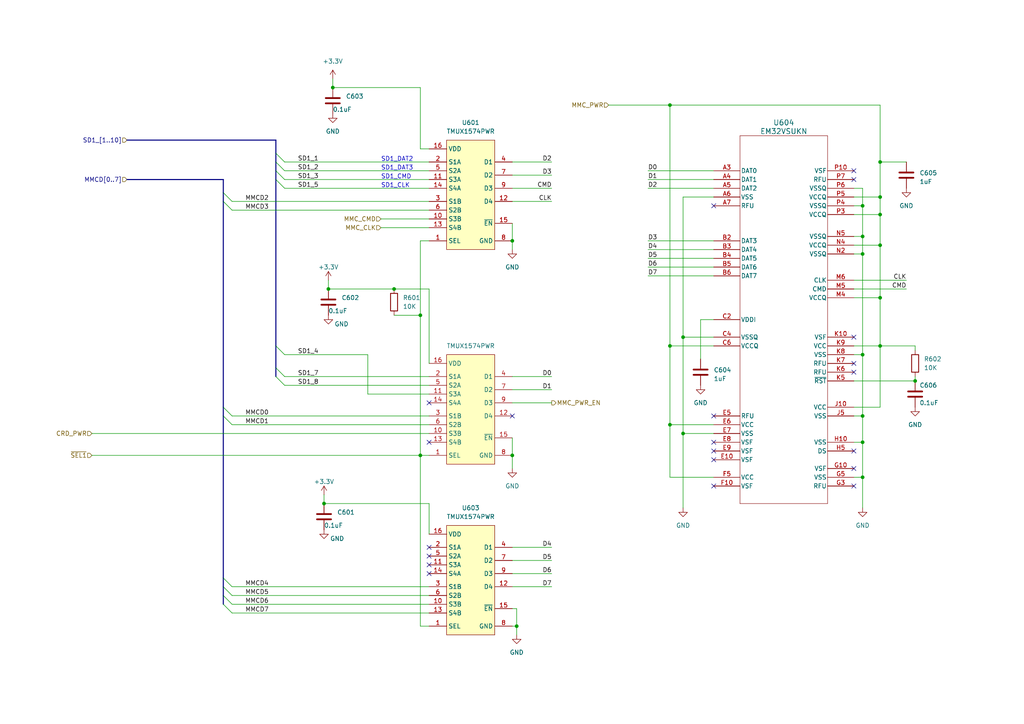
<source format=kicad_sch>
(kicad_sch (version 20231120) (generator "eeschema") (generator_version "8.0")
  (paper "A4")
  (title_block (title "SDCDMUX-eMMC") (date "2023-08-14") (rev "Rev3") (company "HNZ") (comment 1 "Licensed under CC-BY-SA V4.0") (comment 2 "2023 (C) Hiroshi Nakajima <hnakamiru1103@gmail.com>"))
  (lib_symbols
    (symbol "Device:C" (pin_numbers hide) (pin_names (offset 0.254))
      (property "Reference" "C" (at 0.635 2.54 0))
      (property "Value" "C" (at 0.635 -2.54 0))
      (symbol "C_0_1"
        (polyline (pts (xy -2.032 -0.762) (xy 2.032 -0.762)) (stroke (width 0.508)))
        (polyline (pts (xy -2.032 0.762) (xy 2.032 0.762)) (stroke (width 0.508)))
      )
      (symbol "C_1_1"
        (pin passive line (at 0 3.81 270) (length 2.794) (name "~") (number "1"))
        (pin passive line (at 0 -3.81 90) (length 2.794) (name "~") (number "2"))
      )
    )
    (symbol "Device:R" (pin_numbers hide) (pin_names (offset 0))
      (property "Reference" "R" (at 2.032 0 90))
      (property "Value" "R" (at 0 0 90))
      (symbol "R_0_1"
        (rectangle (start -1.016 -2.54) (end 1.016 2.54) (stroke (width 0.254)))
      )
      (symbol "R_1_1"
        (pin passive line (at 0 3.81 270) (length 1.27) (name "~") (number "1"))
        (pin passive line (at 0 -3.81 90) (length 1.27) (name "~") (number "2"))
      )
    )
    (symbol "TMUX1574PWR_1"
      (property "Reference" "U" (at 0 15.24 0))
      (property "Value" "TMUX1574PWR" (at 1.27 12.7 0))
      (symbol "TMUX1574PWR_1_0_1"
        (rectangle (start -5.08 11.43) (end 8.89 -20.32) (fill (type background)))
      )
      (symbol "TMUX1574PWR_1_1_1"
        (pin input line (at -10.16 -17.78 0) (length 5.08) (name "SEL") (number "1"))
        (pin bidirectional line (at -10.16 -11.43 0) (length 5.08) (name "S3B") (number "10"))
        (pin bidirectional line (at -10.16 0 0) (length 5.08) (name "S3A") (number "11"))
        (pin bidirectional line (at 13.97 -6.35 180) (length 5.08) (name "D4") (number "12"))
        (pin bidirectional line (at -10.16 -13.97 0) (length 5.08) (name "S4B") (number "13"))
        (pin bidirectional line (at -10.16 -2.54 0) (length 5.08) (name "S4A") (number "14"))
        (pin input line (at 13.97 -12.7 180) (length 5.08) (name "~{EN}") (number "15"))
        (pin power_in line (at -10.16 8.89 0) (length 5.08) (name "VDD") (number "16"))
        (pin bidirectional line (at -10.16 5.08 0) (length 5.08) (name "S1A") (number "2"))
        (pin bidirectional line (at -10.16 -6.35 0) (length 5.08) (name "S1B") (number "3"))
        (pin bidirectional line (at 13.97 5.08 180) (length 5.08) (name "D1") (number "4"))
        (pin bidirectional line (at -10.16 2.54 0) (length 5.08) (name "S2A") (number "5"))
        (pin bidirectional line (at -10.16 -8.89 0) (length 5.08) (name "S2B") (number "6"))
        (pin bidirectional line (at 13.97 1.27 180) (length 5.08) (name "D2") (number "7"))
        (pin power_in line (at 13.97 -17.78 180) (length 5.08) (name "GND") (number "8"))
        (pin bidirectional line (at 13.97 -2.54 180) (length 5.08) (name "D3") (number "9"))
      )
    )
    (symbol "TMUX1574PWR_2"
      (property "Reference" "U" (at 0 15.24 0))
      (property "Value" "TMUX1574PWR" (at 1.27 12.7 0))
      (symbol "TMUX1574PWR_2_0_1"
        (rectangle (start -5.08 11.43) (end 8.89 -20.32) (fill (type background)))
      )
      (symbol "TMUX1574PWR_2_1_1"
        (pin input line (at -10.16 -17.78 0) (length 5.08) (name "SEL") (number "1"))
        (pin bidirectional line (at -10.16 -11.43 0) (length 5.08) (name "S3B") (number "10"))
        (pin bidirectional line (at -10.16 0 0) (length 5.08) (name "S3A") (number "11"))
        (pin bidirectional line (at 13.97 -6.35 180) (length 5.08) (name "D4") (number "12"))
        (pin bidirectional line (at -10.16 -13.97 0) (length 5.08) (name "S4B") (number "13"))
        (pin bidirectional line (at -10.16 -2.54 0) (length 5.08) (name "S4A") (number "14"))
        (pin input line (at 13.97 -12.7 180) (length 5.08) (name "~{EN}") (number "15"))
        (pin power_in line (at -10.16 8.89 0) (length 5.08) (name "VDD") (number "16"))
        (pin bidirectional line (at -10.16 5.08 0) (length 5.08) (name "S1A") (number "2"))
        (pin bidirectional line (at -10.16 -6.35 0) (length 5.08) (name "S1B") (number "3"))
        (pin bidirectional line (at 13.97 5.08 180) (length 5.08) (name "D1") (number "4"))
        (pin bidirectional line (at -10.16 2.54 0) (length 5.08) (name "S2A") (number "5"))
        (pin bidirectional line (at -10.16 -8.89 0) (length 5.08) (name "S2B") (number "6"))
        (pin bidirectional line (at 13.97 1.27 180) (length 5.08) (name "D2") (number "7"))
        (pin power_in line (at 13.97 -17.78 180) (length 5.08) (name "GND") (number "8"))
        (pin bidirectional line (at 13.97 -2.54 180) (length 5.08) (name "D3") (number "9"))
      )
    )
    (symbol "power:+3.3V" (power) (pin_names (offset 0))
      (property "Value" "+3.3V" (at 0 3.556 0))
      (symbol "+3.3V_0_1"
        (polyline (pts (xy -0.762 1.27) (xy 0 2.54)))
        (polyline (pts (xy 0 0) (xy 0 2.54)))
        (polyline (pts (xy 0 2.54) (xy 0.762 1.27)))
      )
      (symbol "+3.3V_1_1"
        (pin power_in line (at 0 0 90) (length 0) hide (name "+3.3V") (number "1"))
      )
    )
    (symbol "power:GND" (power) (pin_numbers hide) (pin_names (offset 0) hide)
      (property "Value" "GND" (at 0 -3.81 0))
      (symbol "GND_0_1"
        (polyline (pts (xy 0 0) (xy 0 -1.27) (xy 1.27 -1.27) (xy 0 -2.54) (xy -1.27 -1.27) (xy 0 -1.27)))
      )
      (symbol "GND_1_1"
        (pin power_in line (at 0 0 270) (length 0) hide (name "GND") (number "1"))
      )
    )
    (symbol "tbctl:4.7uF" (pin_numbers hide) (pin_names (offset 0.254))
      (property "Reference" "C" (at 0.635 2.54 0))
      (property "Value" "4.7uF" (at 0.635 -2.54 0))
      (symbol "4.7uF_0_1"
        (polyline (pts (xy -2.032 -0.762) (xy 2.032 -0.762)) (stroke (width 0.508)))
        (polyline (pts (xy -2.032 0.762) (xy 2.032 0.762)) (stroke (width 0.508)))
      )
      (symbol "4.7uF_1_1"
        (pin passive line (at 0 3.81 270) (length 2.794) (name "~") (number "1"))
        (pin passive line (at 0 -3.81 90) (length 2.794) (name "~") (number "2"))
      )
    )
    (symbol "tbctl:EM32VSUKN" (pin_names (offset 0.254))
      (property "Reference" "U" (at 20.32 10.16 0))
      (property "Value" "EM32VSUKN" (at 20.32 7.62 0))
      (symbol "EM32VSUKN_1_1"
        (polyline (pts (xy 7.62 -101.6) (xy 33.02 -101.6)) (stroke (width 0.127)))
        (polyline (pts (xy 7.62 5.08) (xy 7.62 -101.6)) (stroke (width 0.127)))
        (polyline (pts (xy 33.02 -101.6) (xy 33.02 5.08)) (stroke (width 0.127)))
        (polyline (pts (xy 33.02 5.08) (xy 7.62 5.08)) (stroke (width 0.127)))
        (pin passive line (at 0 -5.08 0) (length 7.62) (name "DAT0") (number "A3"))
        (pin passive line (at 0 -7.62 0) (length 7.62) (name "DAT1") (number "A4"))
        (pin passive line (at 0 -10.16 0) (length 7.62) (name "DAT2") (number "A5"))
        (pin power_in line (at 0 -12.7 0) (length 7.62) (name "VSS") (number "A6"))
        (pin passive line (at 0 -15.24 0) (length 7.62) (name "RFU") (number "A7"))
        (pin passive line (at 0 -25.4 0) (length 7.62) (name "DAT3") (number "B2"))
        (pin passive line (at 0 -27.94 0) (length 7.62) (name "DAT4") (number "B3"))
        (pin passive line (at 0 -30.48 0) (length 7.62) (name "DAT5") (number "B4"))
        (pin passive line (at 0 -33.02 0) (length 7.62) (name "DAT6") (number "B5"))
        (pin passive line (at 0 -35.56 0) (length 7.62) (name "DAT7") (number "B6"))
        (pin power_in line (at 0 -48.26 0) (length 7.62) (name "VDDI") (number "C2"))
        (pin power_in line (at 0 -53.34 0) (length 7.62) (name "VSSQ") (number "C4"))
        (pin power_in line (at 0 -55.88 0) (length 7.62) (name "VCCQ") (number "C6"))
        (pin power_in line (at 0 -88.9 0) (length 7.62) (name "VSF") (number "E10"))
        (pin passive line (at 0 -76.2 0) (length 7.62) (name "RFU") (number "E5"))
        (pin power_in line (at 0 -78.74 0) (length 7.62) (name "VCC") (number "E6"))
        (pin power_in line (at 0 -81.28 0) (length 7.62) (name "VSS") (number "E7"))
        (pin power_in line (at 0 -83.82 0) (length 7.62) (name "VSF") (number "E8"))
        (pin power_in line (at 0 -86.36 0) (length 7.62) (name "VSF") (number "E9"))
        (pin power_in line (at 0 -96.52 0) (length 7.62) (name "VSF") (number "F10"))
        (pin power_in line (at 0 -93.98 0) (length 7.62) (name "VCC") (number "F5"))
        (pin power_in line (at 40.64 -91.44 180) (length 7.62) (name "VSF") (number "G10"))
        (pin passive line (at 40.64 -96.52 180) (length 7.62) (name "RFU") (number "G3"))
        (pin power_in line (at 40.64 -93.98 180) (length 7.62) (name "VSS") (number "G5"))
        (pin power_in line (at 40.64 -83.82 180) (length 7.62) (name "VSS") (number "H10"))
        (pin passive line (at 40.64 -86.36 180) (length 7.62) (name "DS") (number "H5"))
        (pin power_in line (at 40.64 -73.66 180) (length 7.62) (name "VCC") (number "J10"))
        (pin power_in line (at 40.64 -76.2 180) (length 7.62) (name "VSS") (number "J5"))
        (pin power_in line (at 40.64 -53.34 180) (length 7.62) (name "VSF") (number "K10"))
        (pin passive line (at 40.64 -66.04 180) (length 7.62) (name "~{RST}") (number "K5"))
        (pin passive line (at 40.64 -63.5 180) (length 7.62) (name "RFU") (number "K6"))
        (pin passive line (at 40.64 -60.96 180) (length 7.62) (name "RFU") (number "K7"))
        (pin power_in line (at 40.64 -58.42 180) (length 7.62) (name "VSS") (number "K8"))
        (pin power_in line (at 40.64 -55.88 180) (length 7.62) (name "VCC") (number "K9"))
        (pin power_in line (at 40.64 -41.91 180) (length 7.62) (name "VCCQ") (number "M4"))
        (pin passive line (at 40.64 -39.37 180) (length 7.62) (name "CMD") (number "M5"))
        (pin passive line (at 40.64 -36.83 180) (length 7.62) (name "CLK") (number "M6"))
        (pin power_in line (at 40.64 -29.21 180) (length 7.62) (name "VSSQ") (number "N2"))
        (pin power_in line (at 40.64 -26.67 180) (length 7.62) (name "VCCQ") (number "N4"))
        (pin power_in line (at 40.64 -24.13 180) (length 7.62) (name "VSSQ") (number "N5"))
        (pin power_in line (at 40.64 -5.08 180) (length 7.62) (name "VSF") (number "P10"))
        (pin power_in line (at 40.64 -17.78 180) (length 7.62) (name "VCCQ") (number "P3"))
        (pin power_in line (at 40.64 -15.24 180) (length 7.62) (name "VSSQ") (number "P4"))
        (pin power_in line (at 40.64 -12.7 180) (length 7.62) (name "VCCQ") (number "P5"))
        (pin power_in line (at 40.64 -10.16 180) (length 7.62) (name "VSSQ") (number "P6"))
        (pin passive line (at 40.64 -7.62 180) (length 7.62) (name "RFU") (number "P7"))
      )
    )
    (symbol "tbctl:TMUX1574PWR"
      (property "Reference" "U" (at 0 15.24 0))
      (property "Value" "TMUX1574PWR" (at 1.27 12.7 0))
      (symbol "TMUX1574PWR_0_1"
        (rectangle (start -5.08 11.43) (end 8.89 -20.32) (fill (type background)))
      )
      (symbol "TMUX1574PWR_1_1"
        (pin input line (at -10.16 -17.78 0) (length 5.08) (name "SEL") (number "1"))
        (pin bidirectional line (at -10.16 -11.43 0) (length 5.08) (name "S3B") (number "10"))
        (pin bidirectional line (at -10.16 0 0) (length 5.08) (name "S3A") (number "11"))
        (pin bidirectional line (at 13.97 -6.35 180) (length 5.08) (name "D4") (number "12"))
        (pin bidirectional line (at -10.16 -13.97 0) (length 5.08) (name "S4B") (number "13"))
        (pin bidirectional line (at -10.16 -2.54 0) (length 5.08) (name "S4A") (number "14"))
        (pin input line (at 13.97 -12.7 180) (length 5.08) (name "~{EN}") (number "15"))
        (pin power_in line (at -10.16 8.89 0) (length 5.08) (name "VDD") (number "16"))
        (pin bidirectional line (at -10.16 5.08 0) (length 5.08) (name "S1A") (number "2"))
        (pin bidirectional line (at -10.16 -6.35 0) (length 5.08) (name "S1B") (number "3"))
        (pin bidirectional line (at 13.97 5.08 180) (length 5.08) (name "D1") (number "4"))
        (pin bidirectional line (at -10.16 2.54 0) (length 5.08) (name "S2A") (number "5"))
        (pin bidirectional line (at -10.16 -8.89 0) (length 5.08) (name "S2B") (number "6"))
        (pin bidirectional line (at 13.97 1.27 180) (length 5.08) (name "D2") (number "7"))
        (pin power_in line (at 13.97 -17.78 180) (length 5.08) (name "GND") (number "8"))
        (pin bidirectional line (at 13.97 -2.54 180) (length 5.08) (name "D3") (number "9"))
      )
    )
  )
  (junction (at 148.59 69.85))
  (junction (at 250.19 59.69))
  (junction (at 198.12 97.79))
  (junction (at 198.12 125.73))
  (junction (at 95.25 83.82))
  (junction (at 194.31 30.48))
  (junction (at 250.19 102.87))
  (junction (at 250.19 128.27))
  (junction (at 255.27 57.15))
  (junction (at 114.3 83.82))
  (junction (at 194.31 123.19))
  (junction (at 194.31 100.33))
  (junction (at 149.86 181.61))
  (junction (at 255.27 86.36))
  (junction (at 250.19 120.65))
  (junction (at 255.27 62.23))
  (junction (at 265.43 110.49))
  (junction (at 148.59 132.08))
  (junction (at 255.27 100.33))
  (junction (at 250.19 73.66))
  (junction (at 93.98 146.05))
  (junction (at 255.27 46.99))
  (junction (at 121.92 91.44))
  (junction (at 121.92 132.08))
  (junction (at 255.27 71.12))
  (junction (at 250.19 138.43))
  (junction (at 250.19 68.58))
  (junction (at 96.52 25.4))
  (no_connect (at 247.65 105.41))
  (no_connect (at 247.65 107.95))
  (no_connect (at 124.46 128.27))
  (no_connect (at 207.01 128.27))
  (no_connect (at 247.65 130.81))
  (no_connect (at 247.65 97.79))
  (no_connect (at 124.46 163.83))
  (no_connect (at 207.01 59.69))
  (no_connect (at 207.01 120.65))
  (no_connect (at 207.01 130.81))
  (no_connect (at 207.01 133.35))
  (no_connect (at 207.01 140.97))
  (no_connect (at 148.59 120.65))
  (no_connect (at 247.65 140.97))
  (no_connect (at 124.46 166.37))
  (no_connect (at 124.46 161.29))
  (no_connect (at 124.46 116.84))
  (no_connect (at 247.65 135.89))
  (no_connect (at 247.65 49.53))
  (no_connect (at 124.46 158.75))
  (no_connect (at 247.65 52.07))
  (bus_entry (at 64.77 118.11) (size 2.54 2.54))
  (bus_entry (at 64.77 55.88) (size 2.54 2.54))
  (bus_entry (at 80.01 100.33) (size 2.54 2.54))
  (bus_entry (at 64.77 120.65) (size 2.54 2.54))
  (bus_entry (at 80.01 44.45) (size 2.54 2.54))
  (bus_entry (at 80.01 52.07) (size 2.54 2.54))
  (bus_entry (at 64.77 167.64) (size 2.54 2.54))
  (bus_entry (at 80.01 46.99) (size 2.54 2.54))
  (bus_entry (at 64.77 170.18) (size 2.54 2.54))
  (bus_entry (at 80.01 106.68) (size 2.54 2.54))
  (bus_entry (at 80.01 49.53) (size 2.54 2.54))
  (bus_entry (at 64.77 172.72) (size 2.54 2.54))
  (bus_entry (at 64.77 175.26) (size 2.54 2.54))
  (bus_entry (at 80.01 109.22) (size 2.54 2.54))
  (bus_entry (at 64.77 58.42) (size 2.54 2.54))
  (wire (pts (xy 93.98 143.51) (xy 93.98 146.05)))
  (bus (pts (xy 64.77 118.11) (xy 64.77 120.65)))
  (wire (pts (xy 255.27 118.11) (xy 255.27 100.33)))
  (wire (pts (xy 106.68 114.3) (xy 124.46 114.3)))
  (wire (pts (xy 148.59 113.03) (xy 160.02 113.03)))
  (wire (pts (xy 247.65 86.36) (xy 255.27 86.36)))
  (wire (pts (xy 114.3 83.82) (xy 124.46 83.82)))
  (bus (pts (xy 80.01 49.53) (xy 80.01 52.07)))
  (wire (pts (xy 247.65 83.82) (xy 262.89 83.82)))
  (wire (pts (xy 95.25 81.28) (xy 95.25 83.82)))
  (wire (pts (xy 124.46 181.61) (xy 121.92 181.61)))
  (wire (pts (xy 67.31 123.19) (xy 124.46 123.19)))
  (wire (pts (xy 187.96 77.47) (xy 207.01 77.47)))
  (wire (pts (xy 198.12 125.73) (xy 198.12 147.32)))
  (wire (pts (xy 207.01 57.15) (xy 198.12 57.15)))
  (wire (pts (xy 247.65 71.12) (xy 255.27 71.12)))
  (wire (pts (xy 95.25 83.82) (xy 114.3 83.82)))
  (wire (pts (xy 149.86 176.53) (xy 149.86 181.61)))
  (bus (pts (xy 80.01 106.68) (xy 80.01 109.22)))
  (wire (pts (xy 148.59 109.22) (xy 160.02 109.22)))
  (wire (pts (xy 124.46 154.94) (xy 124.46 146.05)))
  (wire (pts (xy 247.65 73.66) (xy 250.19 73.66)))
  (wire (pts (xy 148.59 181.61) (xy 149.86 181.61)))
  (bus (pts (xy 36.83 52.07) (xy 64.77 52.07)))
  (wire (pts (xy 250.19 138.43) (xy 250.19 147.32)))
  (wire (pts (xy 110.49 66.04) (xy 124.46 66.04)))
  (wire (pts (xy 265.43 101.6) (xy 265.43 100.33)))
  (wire (pts (xy 82.55 49.53) (xy 124.46 49.53)))
  (wire (pts (xy 250.19 68.58) (xy 250.19 59.69)))
  (wire (pts (xy 124.46 43.18) (xy 121.92 43.18)))
  (wire (pts (xy 148.59 50.8) (xy 160.02 50.8)))
  (wire (pts (xy 247.65 110.49) (xy 265.43 110.49)))
  (wire (pts (xy 247.65 54.61) (xy 250.19 54.61)))
  (wire (pts (xy 250.19 73.66) (xy 250.19 68.58)))
  (wire (pts (xy 247.65 118.11) (xy 255.27 118.11)))
  (wire (pts (xy 250.19 59.69) (xy 247.65 59.69)))
  (wire (pts (xy 207.01 97.79) (xy 198.12 97.79)))
  (bus (pts (xy 64.77 170.18) (xy 64.77 172.72)))
  (wire (pts (xy 121.92 69.85) (xy 121.92 91.44)))
  (wire (pts (xy 148.59 170.18) (xy 160.02 170.18)))
  (wire (pts (xy 194.31 30.48) (xy 194.31 100.33)))
  (wire (pts (xy 255.27 62.23) (xy 255.27 57.15)))
  (wire (pts (xy 106.68 102.87) (xy 106.68 114.3)))
  (wire (pts (xy 265.43 100.33) (xy 255.27 100.33)))
  (wire (pts (xy 67.31 60.96) (xy 124.46 60.96)))
  (wire (pts (xy 82.55 102.87) (xy 106.68 102.87)))
  (wire (pts (xy 121.92 181.61) (xy 121.92 132.08)))
  (wire (pts (xy 114.3 91.44) (xy 121.92 91.44)))
  (wire (pts (xy 247.65 128.27) (xy 250.19 128.27)))
  (wire (pts (xy 148.59 58.42) (xy 160.02 58.42)))
  (wire (pts (xy 250.19 138.43) (xy 250.19 128.27)))
  (wire (pts (xy 198.12 97.79) (xy 198.12 125.73)))
  (wire (pts (xy 255.27 30.48) (xy 194.31 30.48)))
  (wire (pts (xy 67.31 177.8) (xy 124.46 177.8)))
  (wire (pts (xy 187.96 52.07) (xy 207.01 52.07)))
  (wire (pts (xy 247.65 57.15) (xy 255.27 57.15)))
  (wire (pts (xy 148.59 116.84) (xy 160.02 116.84)))
  (wire (pts (xy 203.2 92.71) (xy 203.2 104.14)))
  (wire (pts (xy 67.31 175.26) (xy 124.46 175.26)))
  (wire (pts (xy 247.65 81.28) (xy 262.89 81.28)))
  (wire (pts (xy 194.31 30.48) (xy 176.53 30.48)))
  (wire (pts (xy 187.96 72.39) (xy 207.01 72.39)))
  (wire (pts (xy 194.31 138.43) (xy 207.01 138.43)))
  (bus (pts (xy 64.77 172.72) (xy 64.77 175.26)))
  (wire (pts (xy 82.55 46.99) (xy 124.46 46.99)))
  (wire (pts (xy 148.59 64.77) (xy 148.59 69.85)))
  (wire (pts (xy 82.55 111.76) (xy 124.46 111.76)))
  (wire (pts (xy 255.27 46.99) (xy 255.27 57.15)))
  (bus (pts (xy 80.01 40.64) (xy 80.01 44.45)))
  (wire (pts (xy 67.31 172.72) (xy 124.46 172.72)))
  (wire (pts (xy 148.59 127) (xy 148.59 132.08)))
  (wire (pts (xy 247.65 62.23) (xy 255.27 62.23)))
  (wire (pts (xy 255.27 71.12) (xy 255.27 62.23)))
  (wire (pts (xy 194.31 100.33) (xy 207.01 100.33)))
  (wire (pts (xy 110.49 63.5) (xy 124.46 63.5)))
  (wire (pts (xy 148.59 176.53) (xy 149.86 176.53)))
  (wire (pts (xy 124.46 69.85) (xy 121.92 69.85)))
  (wire (pts (xy 250.19 54.61) (xy 250.19 59.69)))
  (wire (pts (xy 247.65 120.65) (xy 250.19 120.65)))
  (wire (pts (xy 247.65 68.58) (xy 250.19 68.58)))
  (wire (pts (xy 250.19 120.65) (xy 250.19 102.87)))
  (bus (pts (xy 36.83 40.64) (xy 80.01 40.64)))
  (wire (pts (xy 255.27 30.48) (xy 255.27 46.99)))
  (bus (pts (xy 80.01 100.33) (xy 80.01 106.68)))
  (wire (pts (xy 207.01 92.71) (xy 203.2 92.71)))
  (wire (pts (xy 67.31 120.65) (xy 124.46 120.65)))
  (wire (pts (xy 187.96 54.61) (xy 207.01 54.61)))
  (wire (pts (xy 255.27 86.36) (xy 255.27 71.12)))
  (wire (pts (xy 121.92 91.44) (xy 121.92 132.08)))
  (wire (pts (xy 96.52 22.86) (xy 96.52 25.4)))
  (wire (pts (xy 148.59 158.75) (xy 160.02 158.75)))
  (wire (pts (xy 194.31 100.33) (xy 194.31 123.19)))
  (wire (pts (xy 187.96 80.01) (xy 207.01 80.01)))
  (wire (pts (xy 148.59 46.99) (xy 160.02 46.99)))
  (wire (pts (xy 194.31 123.19) (xy 194.31 138.43)))
  (wire (pts (xy 187.96 74.93) (xy 207.01 74.93)))
  (bus (pts (xy 80.01 46.99) (xy 80.01 49.53)))
  (wire (pts (xy 207.01 123.19) (xy 194.31 123.19)))
  (wire (pts (xy 124.46 146.05) (xy 93.98 146.05)))
  (wire (pts (xy 82.55 54.61) (xy 124.46 54.61)))
  (wire (pts (xy 121.92 132.08) (xy 124.46 132.08)))
  (wire (pts (xy 255.27 46.99) (xy 262.89 46.99)))
  (wire (pts (xy 124.46 83.82) (xy 124.46 105.41)))
  (wire (pts (xy 121.92 43.18) (xy 121.92 25.4)))
  (wire (pts (xy 67.31 58.42) (xy 124.46 58.42)))
  (wire (pts (xy 250.19 102.87) (xy 250.19 73.66)))
  (wire (pts (xy 255.27 100.33) (xy 255.27 86.36)))
  (wire (pts (xy 148.59 162.56) (xy 160.02 162.56)))
  (bus (pts (xy 64.77 55.88) (xy 64.77 58.42)))
  (wire (pts (xy 149.86 181.61) (xy 149.86 184.15)))
  (wire (pts (xy 148.59 69.85) (xy 148.59 72.39)))
  (bus (pts (xy 64.77 167.64) (xy 64.77 170.18)))
  (wire (pts (xy 247.65 102.87) (xy 250.19 102.87)))
  (wire (pts (xy 67.31 170.18) (xy 124.46 170.18)))
  (wire (pts (xy 265.43 109.22) (xy 265.43 110.49)))
  (wire (pts (xy 187.96 49.53) (xy 207.01 49.53)))
  (bus (pts (xy 64.77 58.42) (xy 64.77 118.11)))
  (wire (pts (xy 247.65 138.43) (xy 250.19 138.43)))
  (wire (pts (xy 148.59 135.89) (xy 148.59 132.08)))
  (wire (pts (xy 26.67 125.73) (xy 124.46 125.73)))
  (wire (pts (xy 250.19 120.65) (xy 250.19 128.27)))
  (bus (pts (xy 80.01 52.07) (xy 80.01 100.33)))
  (wire (pts (xy 26.67 132.08) (xy 121.92 132.08)))
  (wire (pts (xy 198.12 125.73) (xy 207.01 125.73)))
  (wire (pts (xy 148.59 54.61) (xy 160.02 54.61)))
  (wire (pts (xy 82.55 109.22) (xy 124.46 109.22)))
  (wire (pts (xy 187.96 69.85) (xy 207.01 69.85)))
  (bus (pts (xy 80.01 44.45) (xy 80.01 46.99)))
  (bus (pts (xy 64.77 52.07) (xy 64.77 55.88)))
  (wire (pts (xy 198.12 57.15) (xy 198.12 97.79)))
  (wire (pts (xy 247.65 100.33) (xy 255.27 100.33)))
  (wire (pts (xy 96.52 25.4) (xy 121.92 25.4)))
  (wire (pts (xy 148.59 166.37) (xy 160.02 166.37)))
  (wire (pts (xy 82.55 52.07) (xy 124.46 52.07)))
  (bus (pts (xy 64.77 120.65) (xy 64.77 167.64)))
  (text "SD1_DAT3" (at 110.49 49.53 0) (effects (font (size 1.27 1.27)) (justify left bottom)))
  (text "SD1_CLK" (at 110.49 54.61 0) (effects (font (size 1.27 1.27)) (justify left bottom)))
  (text "SD1_DAT2" (at 110.49 46.99 0) (effects (font (size 1.27 1.27)) (justify left bottom)))
  (text "SD1_CMD" (at 110.49 52.07 0) (effects (font (size 1.27 1.27)) (justify left bottom)))
  (label "D0" (at 160.02 109.22 180))
  (label "MMCD7" (at 71.12 177.8 0))
  (label "D4" (at 187.96 72.39 0))
  (label "MMCD6" (at 71.12 175.26 0))
  (label "SD1_7" (at 86.36 109.22 0))
  (label "D5" (at 160.02 162.56 180))
  (label "D7" (at 187.96 80.01 0))
  (label "D4" (at 160.02 158.75 180))
  (label "MMCD1" (at 71.12 123.19 0))
  (label "SD1_4" (at 86.36 102.87 0))
  (label "CLK" (at 160.02 58.42 180))
  (label "D7" (at 160.02 170.18 180))
  (label "D6" (at 160.02 166.37 180))
  (label "SD1_5" (at 86.36 54.61 0))
  (label "CLK" (at 262.89 81.28 180))
  (label "D3" (at 187.96 69.85 0))
  (label "D2" (at 160.02 46.99 180))
  (label "CMD" (at 160.02 54.61 180))
  (label "SD1_2" (at 86.36 49.53 0))
  (label "MMCD0" (at 71.12 120.65 0))
  (label "D1" (at 160.02 113.03 180))
  (label "SD1_1" (at 86.36 46.99 0))
  (label "SD1_8" (at 86.36 111.76 0))
  (label "D1" (at 187.96 52.07 0))
  (label "MMCD4" (at 71.12 170.18 0))
  (label "D2" (at 187.96 54.61 0))
  (label "MMCD2" (at 71.12 58.42 0))
  (label "MMCD5" (at 71.12 172.72 0))
  (label "SD1_3" (at 86.36 52.07 0))
  (label "D0" (at 187.96 49.53 0))
  (label "D3" (at 160.02 50.8 180))
  (label "D5" (at 187.96 74.93 0))
  (label "MMCD3" (at 71.12 60.96 0))
  (label "CMD" (at 262.89 83.82 180))
  (label "D6" (at 187.96 77.47 0))
  (hierarchical_label "~{SEL1}" (shape input) (at 26.67 132.08 180))
  (hierarchical_label "SD1_[1..10]" (shape input) (at 36.83 40.64 180))
  (hierarchical_label "MMC_PWR" (shape input) (at 176.53 30.48 180))
  (hierarchical_label "MMC_CLK" (shape input) (at 110.49 66.04 180))
  (hierarchical_label "CRD_PWR" (shape input) (at 26.67 125.73 180))
  (hierarchical_label "MMC_CMD" (shape input) (at 110.49 63.5 180))
  (hierarchical_label "MMC_PWR_EN" (shape output) (at 160.02 116.84 0))
  (hierarchical_label "MMCD[0..7]" (shape input) (at 36.83 52.07 180))
  (symbol (lib_id "Device:C") (at 96.52 29.21 0) (unit 1)
    (property "Reference" "C603" (at 100.33 27.9399 0) (effects (justify left)))
    (property "Value" "0.1uF" (at 96.52 31.75 0) (effects (justify left)))
    (property "Footprint" "Capacitor_SMD:C_0603_1608Metric_Pad1.08x0.95mm_HandSolder" (effects (hide yes)))
    (property "digikey" "311-1824-1-ND" (effects (hide yes)))
    (property "storeURL" "https://www.digikey.com/en/products/detail/yageo/CC0603MRX7R7BB104/5195231" (effects (hide yes)))
  )
  (symbol (lib_id "Device:C") (at 95.25 87.63 0) (unit 1)
    (property "Reference" "C602" (at 99.06 86.3599 0) (effects (justify left)))
    (property "Value" "0.1uF" (at 95.25 90.17 0) (effects (justify left)))
    (property "Footprint" "Capacitor_SMD:C_0603_1608Metric_Pad1.08x0.95mm_HandSolder" (effects (hide yes)))
    (property "digikey" "311-1824-1-ND" (effects (hide yes)))
    (property "storeURL" "https://www.digikey.com/en/products/detail/yageo/CC0603MRX7R7BB104/5195231" (effects (hide yes)))
  )
  (symbol (lib_id "Device:R") (at 265.43 105.41 0) (unit 1)
    (property "Reference" "R602" (at 267.97 104.1399 0) (effects (justify left)))
    (property "Value" "10K" (at 267.97 106.6799 0) (effects (justify left)))
    (property "Footprint" "Resistor_SMD:R_0805_2012Metric_Pad1.20x1.40mm_HandSolder" (effects (hide yes)))
    (property "digikey" "311-10KARCT-ND" (effects (hide yes)))
    (property "storeURL" "https://www.digikey.com/en/products/detail/yageo/RC0805JR-0710KL/728241" (effects (hide yes)))
  )
  (symbol (lib_id "Device:C") (at 265.43 114.3 0) (unit 1)
    (property "Reference" "C606" (at 266.7 111.76 0) (effects (justify left)))
    (property "Value" "0.1uF" (at 266.7 116.84 0) (effects (justify left)))
    (property "Footprint" "Capacitor_SMD:C_0603_1608Metric_Pad1.08x0.95mm_HandSolder" (effects (hide yes)))
    (property "digikey" "311-1824-1-ND" (effects (hide yes)))
    (property "storeURL" "https://www.digikey.com/en/products/detail/yageo/CC0603MRX7R7BB104/5195231" (effects (hide yes)))
  )
  (symbol (lib_id "tbctl:4.7uF") (at 262.89 50.8 0) (unit 1)
    (property "Reference" "C605" (at 266.7 50.165 0) (effects (justify left)))
    (property "Value" "1uF" (at 266.7 52.705 0) (effects (justify left)))
    (property "Footprint" "Capacitor_SMD:C_0805_2012Metric" (effects (hide yes)))
    (property "digikey" "311-3440-1-ND" (effects (hide yes)))
    (property "storeURL" "https://www.digikey.com/en/products/detail/yageo/CC0805MRY5V7BB105/5884286" (effects (hide yes)))
  )
  (symbol (lib_id "power:GND") (at 148.59 135.89 0) (unit 1)
    (property "Reference" "#PWR0608" (effects (hide yes)))
    (property "Value" "GND" (at 148.59 140.97 0))
  )
  (symbol (lib_id "power:+3.3V") (at 96.52 22.86 0) (unit 1)
    (property "Reference" "#PWR0605" (effects (hide yes)))
    (property "Value" "+3.3V" (at 96.52 17.78 0))
  )
  (symbol (lib_id "power:GND") (at 250.19 147.32 0) (unit 1)
    (property "Reference" "#PWR0612" (effects (hide yes)))
    (property "Value" "GND" (at 250.19 152.4 0))
  )
  (symbol (lib_id "tbctl:TMUX1574PWR") (at 134.62 114.3 0) (unit 1)
    (property "Reference" "U602" (effects (hide yes)))
    (property "Value" "TMUX1574PWR" (at 136.525 100.33 0))
    (property "Footprint" "Package_SO:TSSOP-16_4.4x5mm_P0.65mm" (effects (hide yes)))
    (property "digikey" "296-53444-1-ND " (effects (hide yes)))
    (property "storeURL" "https://www.digikey.com/en/products/detail/texas-instruments/TMUX1574PWR/9954224" (effects (hide yes)))
  )
  (symbol (lib_name "TMUX1574PWR_2") (lib_id "tbctl:TMUX1574PWR") (at 134.62 163.83 0) (unit 1)
    (property "Reference" "U603" (at 136.525 147.32 0))
    (property "Value" "TMUX1574PWR" (at 136.525 149.86 0))
    (property "Footprint" "Package_SO:TSSOP-16_4.4x5mm_P0.65mm" (effects (hide yes)))
    (property "digikey" "296-53444-1-ND " (effects (hide yes)))
    (property "storeURL" "https://www.digikey.com/en/products/detail/texas-instruments/TMUX1574PWR/9954224" (effects (hide yes)))
  )
  (symbol (lib_id "power:GND") (at 149.86 184.15 0) (unit 1)
    (property "Reference" "#PWR0609" (effects (hide yes)))
    (property "Value" "GND" (at 149.86 189.23 0))
  )
  (symbol (lib_id "power:GND") (at 203.2 111.76 0) (unit 1)
    (property "Reference" "#PWR0611" (effects (hide yes)))
    (property "Value" "GND" (at 203.2 116.84 0))
  )
  (symbol (lib_id "power:GND") (at 148.59 72.39 0) (unit 1)
    (property "Reference" "#PWR0607" (effects (hide yes)))
    (property "Value" "GND" (at 148.59 77.47 0))
  )
  (symbol (lib_id "power:GND") (at 95.25 91.44 0) (unit 1)
    (property "Reference" "#PWR0604" (effects (hide yes)))
    (property "Value" "GND" (at 99.06 93.98 0))
  )
  (symbol (lib_name "TMUX1574PWR_1") (lib_id "tbctl:TMUX1574PWR") (at 134.62 52.07 0) (unit 1)
    (property "Reference" "U601" (at 136.525 35.56 0))
    (property "Value" "TMUX1574PWR" (at 136.525 38.1 0))
    (property "Footprint" "Package_SO:TSSOP-16_4.4x5mm_P0.65mm" (effects (hide yes)))
    (property "digikey" "296-53444-1-ND " (effects (hide yes)))
    (property "storeURL" "https://www.digikey.com/en/products/detail/texas-instruments/TMUX1574PWR/9954224" (effects (hide yes)))
  )
  (symbol (lib_id "Device:C") (at 93.98 149.86 0) (unit 1)
    (property "Reference" "C601" (at 97.79 148.5899 0) (effects (justify left)))
    (property "Value" "0.1uF" (at 93.98 152.4 0) (effects (justify left)))
    (property "Footprint" "Capacitor_SMD:C_0603_1608Metric_Pad1.08x0.95mm_HandSolder" (effects (hide yes)))
    (property "digikey" "311-1824-1-ND" (effects (hide yes)))
    (property "storeURL" "https://www.digikey.com/en/products/detail/yageo/CC0603MRX7R7BB104/5195231" (effects (hide yes)))
  )
  (symbol (lib_id "power:+3.3V") (at 95.25 81.28 0) (unit 1)
    (property "Reference" "#PWR0603" (effects (hide yes)))
    (property "Value" "+3.3V" (at 95.25 77.47 0))
  )
  (symbol (lib_id "power:GND") (at 262.89 54.61 0) (unit 1)
    (property "Reference" "#PWR0613" (effects (hide yes)))
    (property "Value" "GND" (at 262.89 59.69 0))
  )
  (symbol (lib_id "tbctl:EM32VSUKN") (at 207.01 44.45 0) (unit 1)
    (property "Reference" "U604" (at 227.33 35.56 0) (effects (font (size 1.524 1.524))))
    (property "Value" "EM32VSUKN" (at 227.33 38.1 0) (effects (font (size 1.524 1.524))))
    (property "Footprint" "tbctl:EM32VSUKN FPGA153" (effects (hide yes)))
    (property "digikey" "3247-EM32VSUKN-BA000-2-ND" (effects (hide yes)))
    (property "storeURL" "https://www.digikey.com/en/products/detail/delkin-devices-inc/EM32VSUKN-BA000-2/16357650" (effects (hide yes)))
  )
  (symbol (lib_id "power:GND") (at 93.98 153.67 0) (unit 1)
    (property "Reference" "#PWR0602" (effects (hide yes)))
    (property "Value" "GND" (at 97.79 156.21 0))
  )
  (symbol (lib_id "power:+3.3V") (at 93.98 143.51 0) (unit 1)
    (property "Reference" "#PWR0601" (effects (hide yes)))
    (property "Value" "+3.3V" (at 93.98 139.7 0))
  )
  (symbol (lib_id "Device:R") (at 114.3 87.63 0) (unit 1)
    (property "Reference" "R601" (at 116.84 86.3599 0) (effects (justify left)))
    (property "Value" "10K" (at 116.84 88.8999 0) (effects (justify left)))
    (property "Footprint" "Resistor_SMD:R_0805_2012Metric_Pad1.20x1.40mm_HandSolder" (effects (hide yes)))
    (property "digikey" "311-10KARCT-ND" (effects (hide yes)))
    (property "storeURL" "https://www.digikey.com/en/products/detail/yageo/RC0805JR-0710KL/728241" (effects (hide yes)))
  )
  (symbol (lib_id "power:GND") (at 198.12 147.32 0) (unit 1)
    (property "Reference" "#PWR0610" (effects (hide yes)))
    (property "Value" "GND" (at 198.12 152.4 0))
  )
  (symbol (lib_id "tbctl:4.7uF") (at 203.2 107.95 0) (unit 1)
    (property "Reference" "C604" (at 207.01 107.315 0) (effects (justify left)))
    (property "Value" "1uF" (at 207.01 109.855 0) (effects (justify left)))
    (property "Footprint" "Capacitor_SMD:C_0805_2012Metric" (effects (hide yes)))
    (property "digikey" "311-3440-1-ND" (effects (hide yes)))
    (property "storeURL" "https://www.digikey.com/en/products/detail/yageo/CC0805MRY5V7BB105/5884286" (effects (hide yes)))
  )
  (symbol (lib_id "power:GND") (at 265.43 118.11 0) (unit 1)
    (property "Reference" "#PWR0614" (effects (hide yes)))
    (property "Value" "GND" (at 265.43 123.19 0))
  )
  (symbol (lib_id "power:GND") (at 96.52 33.02 0) (unit 1)
    (property "Reference" "#PWR0606" (effects (hide yes)))
    (property "Value" "GND" (at 96.52 38.1 0))
  )
)
</source>
